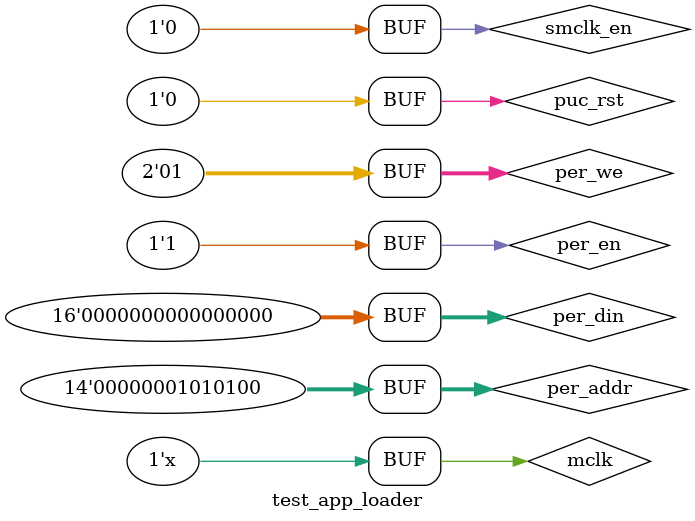
<source format=v>
`timescale 1ns / 1ps


module test_app_loader;

	// Inputs
	reg mclk;
	reg [13:0] per_addr;
	reg [15:0] per_din;
	reg per_en;
	reg [1:0] per_we;
	reg puc_rst;
	reg smclk_en;

	// Outputs
	wire [15:0] per_dout;
	wire app_reset_n;
	wire [12:0] app_pmem_addr;
	wire [15:0] app_pmem_dout;
	wire app_pmem_cen;
	wire [1:0] app_pmem_wen;

	// Instantiate the Unit Under Test (UUT)
	app_loader uut (
		.per_dout(per_dout), 
		.app_reset_n(app_reset_n), 
		.app_pmem_addr(app_pmem_addr), 
		.app_pmem_dout(app_pmem_dout), 
		.app_pmem_cen(app_pmem_cen), 
		.app_pmem_wen(app_pmem_wen), 
		.mclk(mclk), 
		.per_addr(per_addr), 
		.per_din(per_din), 
		.per_en(per_en), 
		.per_we(per_we), 
		.puc_rst(puc_rst), 
		.smclk_en(smclk_en)
	);

	initial begin
		// Initialize Inputs
		mclk = 0;
		per_addr = 0;
		per_din = 0;
		per_en = 0;
		per_we = 0;
		puc_rst = 1;
		smclk_en = 0;

		#90;
		puc_rst = 0;
		
		// Wait 100 ns for global reset to finish
		#10;
        
		// Add stimulus here
		per_en = 1;
		per_we = 2'b01;
		per_addr = 14'h0054;
		per_din = 16'h0001;
		
		#20;
		per_en = 0;
		per_we = 2'b00;
		
		#20;
		per_addr = 14'h0055;
		per_din = 16'h4dac;
		per_en = 1;
		per_we = 2'b11;
		
		#20;
		per_addr = 14'h0055;
		per_din = 16'h73cc;
		per_en = 1;
		per_we = 2'b11;
		
		#780;
		per_we = 2'b01;
		per_addr = 14'h0054;
		per_din = 16'h0000;

	end
	
	always
		#10 mclk = ~mclk;
      
endmodule


</source>
